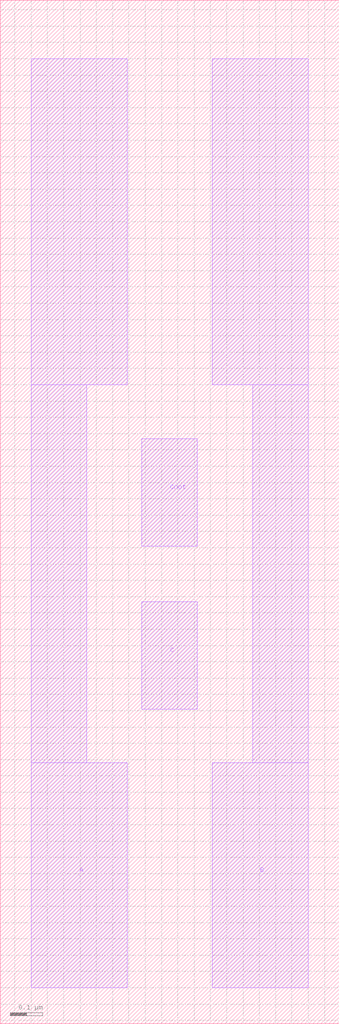
<source format=lef>
VERSION 5.7 ;
  NOWIREEXTENSIONATPIN ON ;
  DIVIDERCHAR "/" ;
  BUSBITCHARS "[]" ;
MACRO transmission_gate_std
  CLASS BLOCK ;
  FOREIGN transmission_gate_std ;
  ORIGIN 0.445 1.960 ;
  SIZE 1.040 BY 3.140 ;
  PIN C
    ANTENNAGATEAREA 0.097500 ;
    PORT
      LAYER li1 ;
        RECT -0.010 -0.995 0.160 -0.665 ;
    END
  END C
  PIN Cnot
    ANTENNAGATEAREA 0.150000 ;
    PORT
      LAYER li1 ;
        RECT -0.010 -0.495 0.160 -0.165 ;
    END
  END Cnot
  PIN A
    ANTENNADIFFAREA 0.437250 ;
    PORT
      LAYER li1 ;
        RECT -0.350 0.000 -0.055 1.000 ;
        RECT -0.350 -1.160 -0.180 0.000 ;
        RECT -0.350 -1.850 -0.055 -1.160 ;
    END
  END A
  PIN B
    ANTENNADIFFAREA 0.440500 ;
    PORT
      LAYER li1 ;
        RECT 0.205 0.000 0.500 1.000 ;
        RECT 0.330 -1.160 0.500 0.000 ;
        RECT 0.205 -1.850 0.500 -1.160 ;
    END
  END B
END transmission_gate_std
END LIBRARY


</source>
